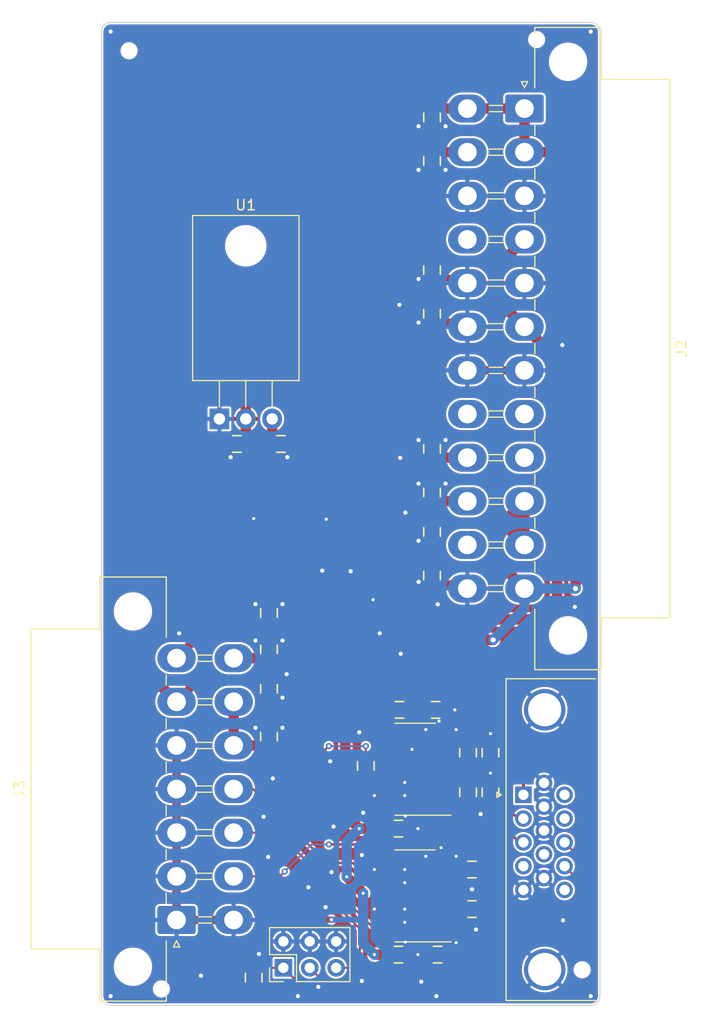
<source format=kicad_pcb>
(kicad_pcb (version 20211014) (generator pcbnew)
  (layers (0 "F.Cu" signal) (31 "B.Cu" signal) (34 "B.Paste" user) (35 "F.Paste" user) (36 "B.SilkS" user "B.Silkscreen") (37 "F.SilkS" user "F.Silkscreen") (38 "B.Mask" user) (39 "F.Mask" user) (44 "Edge.Cuts" user))
  (net 0 "")
  (net 1 "+12V")
  (net 2 "GND")
  (net 3 "+5V")
  (net 4 "+3V3")
  (net 5 "-12V")
  (net 6 "-5V")
  (net 7 "/HSx")
  (net 8 "/VSx")
  (net 9 "/PWR_OK")
  (net 10 "+5VP")
  (net 11 "/~{PS_ON}")
  (net 13 "/Ci")
  (net 14 "/HSi")
  (net 15 "/VSi")
  (net 16 "/Ro")
  (net 17 "/Go")
  (net 18 "/Bo")
  (net 23 "/HSo")
  (net 24 "/VSo")
  (net 26 "Net-(R4-Pad1)")
  (net 27 "Net-(R5-Pad1)")
  (net 28 "Net-(R6-Pad1)")
  (net 29 "Net-(R8-Pad1)")
  (net 30 "Net-(R10-Pad1)")
  (net 31 "/Cx")
  (footprint "stdpads:C_0805" (layer "F.Cu") (at 106.26 175.7045)
    (fp_text reference "C10")
    (fp_text value "10u")
  )
  (footprint "stdpads:R_0805" (layer "F.Cu") (at 92.329 190.053 -90)
    (fp_text reference "R3")
    (fp_text value "1k")
  )
  (footprint "stdpads:TO-220-3_Horizontal_TabDown" (layer "F.Cu") (at 91.567 136.271)
    (fp_text reference "U1")
    (fp_text value "LM7905_TO220")
  )
  (footprint "stdpads:PasteHole_1.152mm_NPTH" (layer "F.Cu") (at 80.3275 100.838)
    (fp_text reference "REF**")
    (fp_text value " " hide)
  )
  (footprint "stdpads:R_0805" (layer "F.Cu") (at 103.124 169.6695 -90)
    (fp_text reference "R1")
    (fp_text value "1k")
  )
  (footprint "stdpads:C_0805" (layer "F.Cu") (at 109.5 147.15 -90)
    (fp_text reference "C2")
    (fp_text value "10u")
  )
  (footprint "stdpads:Molex_Mini-Fit_Jr_5569-14A1_2x07_P4.20mm_Horizontal" (layer "F.Cu") (at 84.9 171.9 90)
    (fp_text reference "J3")
    (fp_text value "Mac")
  )
  (footprint "stdpads:R_0805" (layer "F.Cu") (at 109.8525 164.2745 180)
    (fp_text reference "R7")
    (fp_text value "130")
  )
  (footprint "stdpads:C_0805" (layer "F.Cu") (at 109.5 126.15 -90)
    (fp_text reference "C7")
    (fp_text value "10u")
  )
  (footprint "stdpads:C_0805" (layer "F.Cu") (at 106.26 187.833)
    (fp_text reference "C16")
    (fp_text value "10u")
  )
  (footprint "Connector_Molex:Molex_Mini-Fit_Jr_5569-24A1_2x12_P4.20mm_Horizontal" (layer "F.Cu") (at 118.4 106.4 -90)
    (fp_text reference "J2")
    (fp_text value "ATX")
  )
  (footprint "stdpads:C_0805" (layer "F.Cu") (at 93.8 158.45 90)
    (fp_text reference "C1")
    (fp_text value "10u")
  )
  (footprint "stdpads:C_0805" (layer "F.Cu") (at 93.8 154.949999 -90)
    (fp_text reference "C12")
    (fp_text value "10u")
  )
  (footprint "stdpads:C_0805" (layer "F.Cu") (at 109.5 143.35 90)
    (fp_text reference "C4")
    (fp_text value "10u")
  )
  (footprint "stdpads:C_0805" (layer "F.Cu") (at 93.8 162.25 90)
    (fp_text reference "C15")
    (fp_text value "10u")
  )
  (footprint "stdpads:PasteHole_1.152mm_NPTH" (layer "F.Cu") (at 83.439 191.135)
    (fp_text reference "REF**")
    (fp_text value " " hide)
  )
  (footprint "stdpads:R_0805" (layer "F.Cu") (at 106.36 164.2745)
    (fp_text reference "R6")
    (fp_text value "150")
  )
  (footprint "stdpads:R_0805" (layer "F.Cu") (at 113.3475 179.6415)
    (fp_text reference "R5")
    (fp_text value "47")
  )
  (footprint "stdpads:R_0805" (layer "F.Cu") (at 112.9665 168.3995 -90)
    (fp_text reference "R8")
    (fp_text value "150")
  )
  (footprint "stdpads:C_0805" (layer "F.Cu") (at 109.5 111.45 90)
    (fp_text reference "C13")
    (fp_text value "10u")
  )
  (footprint "stdpads:PasteHole_1.152mm_NPTH" (layer "F.Cu") (at 119.5705 99.7585)
    (fp_text reference "REF**")
    (fp_text value " " hide)
  )
  (footprint "stdpads:C_0805" (layer "F.Cu") (at 90.717 138.684)
    (fp_text reference "C11")
    (fp_text value "10u")
  )
  (footprint "stdpads:R_0805" (layer "F.Cu") (at 115.1255 172.2145 -90)
    (fp_text reference "R11")
    (fp_text value "130")
  )
  (footprint "stdpads:SOIC-14_3.9mm" (layer "F.Cu") (at 107.8865 182.1815 90)
    (fp_text reference "U2")
    (fp_text value "74LVC86AD")
  )
  (footprint "Connector_Dsub:DSUB-15-HD_Female_Horizontal_P2.29x1.98mm_EdgePinOffset3.03mm_Housed_MountingHolesOffset4.94mm" (layer "F.Cu") (at 118.299669 172.45 90)
    (fp_text reference "J4" hide)
    (fp_text value "VGA")
  )
  (footprint "stdpads:R_0805" (layer "F.Cu") (at 115.1255 168.4045 -90)
    (fp_text reference "R9")
    (fp_text value "130")
  )
  (footprint "Connector_PinHeader_2.54mm:PinHeader_2x03_P2.54mm_Vertical" (layer "F.Cu") (at 95.1865 189.103 90)
    (fp_text reference "J1" hide)
    (fp_text value "XOR")
  )
  (footprint "stdpads:R_0805" (layer "F.Cu") (at 112.9665 172.2095 -90)
    (fp_text reference "R10")
    (fp_text value "150")
  )
  (footprint "stdpads:PasteHole_1.152mm_NPTH" (layer "F.Cu") (at 123.952 189.2935)
    (fp_text reference "REF**")
    (fp_text value " " hide)
  )
  (footprint "stdpads:R_0805" (layer "F.Cu") (at 113.3475 183.4515)
    (fp_text reference "R4")
    (fp_text value "47")
  )
  (footprint "stdpads:R_0805" (layer "F.Cu") (at 110.043 187.833 180)
    (fp_text reference "R2")
    (fp_text value "1k")
  )
  (footprint "stdpads:C_0805" (layer "F.Cu") (at 93.8 166.85 90)
    (fp_text reference "C6")
    (fp_text value "10u")
  )
  (footprint "stdpads:C_0805" (layer "F.Cu") (at 94.957 138.684 180)
    (fp_text reference "C14")
    (fp_text value "10u")
  )
  (footprint "stdpads:C_0805" (layer "F.Cu") (at 109.5 107.25 -90)
    (fp_text reference "C9")
    (fp_text value "10u")
  )
  (footprint "stdpads:C_0805" (layer "F.Cu") (at 109.5 121.95 -90)
    (fp_text reference "C5")
    (fp_text value "10u")
  )
  (footprint "stdpads:C_0805" (layer "F.Cu") (at 109.5 139.15 90)
    (fp_text reference "C3")
    (fp_text value "10u")
  )
  (footprint "stdpads:C_0805" (layer "F.Cu") (at 109.5 151.35 -90)
    (fp_text reference "C8")
    (fp_text value "10u")
  )
  (footprint "stdpads:SOIC-14_3.9mm" (layer "F.Cu") (at 107.8865 169.9895 90)
    (fp_text reference "U3")
    (fp_text value "74LVC86AD")
  )
  (gr_arc (start 125.6665 191.8335) (mid 125.406118 192.462118) (end 124.7775 192.7225) (layer "Edge.Cuts") (width 0.1))
  (gr_arc (start 124.7775 98.1075) (mid 125.406118 98.367882) (end 125.6665 98.9965) (layer "Edge.Cuts") (width 0.1))
  (gr_line (start 78.5495 98.1075) (end 124.7775 98.1075) (layer "Edge.Cuts") (width 0.1))
  (gr_arc (start 78.5495 192.7225) (mid 77.920882 192.462118) (end 77.6605 191.8335) (layer "Edge.Cuts") (width 0.1))
  (gr_line (start 78.5495 192.7225) (end 124.7775 192.7225) (layer "Edge.Cuts") (width 0.1))
  (gr_line (start 125.6665 191.8335) (end 125.6665 98.9965) (layer "Edge.Cuts") (width 0.1))
  (gr_arc (start 77.6605 98.9965) (mid 77.920882 98.367882) (end 78.5495 98.1075) (layer "Edge.Cuts") (width 0.1))
  (gr_line (start 77.6605 191.8335) (end 77.6605 98.9965) (layer "Edge.Cuts") (width 0.1))
  (segment (start 117.15 146.3) (end 118.4 146.3) (width 1) (layer "F.Cu") (net 1))
  (segment (start 109.5 146.3) (end 116.3 146.3) (width 1) (layer "F.Cu") (net 1))
  (segment (start 93.8 159.3) (end 90.4 159.3) (width 1) (layer "F.Cu") (net 1))
  (segment (start 116.3 146.3) (end 118.4 148.4) (width 1) (layer "F.Cu") (net 1))
  (segment (start 95.1445 159.3) (end 93.8 159.3) (width 1) (layer "F.Cu") (net 1))
  (segment (start 117.15 146.3) (end 117.9 147.05) (width 1) (layer "F.Cu") (net 1))
  (segment (start 116.3 146.3) (end 118.4 144.2) (width 1) (layer "F.Cu") (net 1))
  (segment (start 108.1445 146.3) (end 95.1445 159.3) (width 1) (layer "F.Cu") (net 1))
  (segment (start 116.3 146.3) (end 117.15 146.3) (width 1) (layer "F.Cu") (net 1))
  (segment (start 118.4 144.2) (end 118.4 146.3) (width 1) (layer "F.Cu") (net 1))
  (segment (start 109.5 146.3) (end 108.1445 146.3) (width 1) (layer "F.Cu") (net 1))
  (segment (start 118.4 146.3) (end 118.4 148.4) (width 1) (layer "F.Cu") (net 1))
  (segment (start 117.15 146.3) (end 117.9 145.55) (width 1) (layer "F.Cu") (net 1))
  (segment (start 110.8025 164.2745) (end 111.6965 164.2745) (width 0.6) (layer "F.Cu") (net 2))
  (segment (start 95.807 139.7145) (end 95.5675 139.954) (width 0.8) (layer "F.Cu") (net 2))
  (segment (start 105.4115 171.2595) (end 106.8705 171.2595) (width 0.6) (layer "F.Cu") (net 2))
  (segment (start 109.5 142.5) (end 108.2 142.5) (width 0.8) (layer "F.Cu") (net 2))
  (segment (start 109.5 138.3) (end 108.2 138.3) (width 0.8) (layer "F.Cu") (net 2))
  (segment (start 109.5 108.1) (end 110.8 108.1) (width 0.8) (layer "F.Cu") (net 2))
  (segment (start 110.3615 178.3715) (end 111.8235 178.3715) (width 0.6) (layer "F.Cu") (net 2))
  (segment (start 109.5 112.3) (end 110.8 112.3) (width 0.8) (layer "F.Cu") (net 2))
  (segment (start 93.8 154.099999) (end 95.1 154.1) (width 0.8) (layer "F.Cu") (net 2))
  (segment (start 110.3615 177.5475) (end 110.363 177.546) (width 0.6) (layer "F.Cu") (net 2))
  (segment (start 109.5 127) (end 108.2 127) (width 0.8) (layer "F.Cu") (net 2))
  (segment (start 105.4115 184.7215) (end 106.8705 184.7215) (width 0.6) (layer "F.Cu") (net 2))
  (segment (start 110.3615 178.3715) (end 110.3615 177.5475) (width 0.6) (layer "F.Cu") (net 2))
  (segment (start 89.867 138.684) (end 89.867 139.7145) (width 0.8) (layer "F.Cu") (net 2))
  (segment (start 110.3615 166.1795) (end 110.3615 165.543) (width 0.6) (layer "F.Cu") (net 2))
  (segment (start 109.5 142.5) (end 110.8 142.5) (width 0.8) (layer "F.Cu") (net 2))
  (segment (start 93.8 166) (end 95.1 166) (width 0.8) (layer "F.Cu") (net 2))
  (segment (start 93.8 154.099999) (end 92.5 154.1) (width 0.8) (layer "F.Cu") (net 2))
  (segment (start 112.5 152.2) (end 112.9 152.6) (width 0.8) (layer "F.Cu") (net 2))
  (segment (start 93.8 163.1) (end 95.1 163.1) (width 0.8) (layer "F.Cu") (net 2))
  (segment (start 108.4485 152.2) (end 108.204 151.9555) (width 0.8) (layer "F.Cu") (net 2))
  (segment (start 84.9 180.3) (end 84.9 176.1) (width 0.8) (layer "F.Cu") (net 2))
  (segment (start 112.5 127) (end 112.9 127.4) (width 0.8) (layer "F.Cu") (net 2))
  (segment (start 105.4115 172.5295) (end 103.9495 172.5295) (width 0.6) (layer "F.Cu") (net 2))
  (segment (start 105.4115 180.9115) (end 106.8705 180.9115) (width 0.6) (layer "F.Cu") (net 2))
  (segment (start 105.4115 179.6415) (end 106.8705 179.6415) (width 0.6) (layer "F.Cu") (net 2))
  (segment (start 93.8 157.6) (end 95.1 157.6) (width 0.8) (layer "F.Cu") (net 2))
  (segment (start 115.1255 167.4545) (end 115.1255 166.5605) (width 0.6) (layer "F.Cu") (net 2))
  (segment (start 89.867 139.7145) (end 90.1065 139.954) (width 0.8) (layer "F.Cu") (net 2))
  (segment (start 90.4 184.5) (end 84.9 184.5) (width 0.8) (layer "F.Cu") (net 2))
  (segment (start 109.5 127) (end 112.5 127) (width 0.8) (layer "F.Cu") (net 2))
  (segment (start 118.4 131.6) (end 112.9 131.6) (width 0.8) (layer "F.Cu") (net 2))
  (segment (start 109.5 122.8) (end 108.2 122.8) (width 0.8) (layer "F.Cu") (net 2))
  (segment (start 84.9 184.5) (end 84.9 180.3) (width 0.8) (layer "F.Cu") (net 2))
  (segment (start 109.5 152.2) (end 112.5 152.2) (width 0.8) (layer "F.Cu") (net 2))
  (segment (start 107.11 174.674) (end 106.934 174.498) (width 0.6) (layer "F.Cu") (net 2))
  (segment (start 84.9 167.7) (end 84.9 171.9) (width 0.8) (layer "F.Cu") (net 2))
  (segment (start 105.4115 183.4515) (end 103.9495 183.4515) (width 0.6) (layer "F.Cu") (net 2))
  (segment (start 110.3615 166.1795) (end 111.8235 166.1795) (width 0.6) (layer "F.Cu") (net 2))
  (segment (start 112.5 122.8) (end 112.9 123.2) (width 0.8) (layer "F.Cu") (net 2))
  (segment (start 93.8 166) (end 92.5 166) (width 0.8) (layer "F.Cu") (net 2))
  (segment (start 109.5 112.3) (end 108.2 112.3) (width 0.8) (layer "F.Cu") (net 2))
  (segment (start 110.3615 165.543) (end 110.1725 165.354) (width 0.6) (layer "F.Cu") (net 2))
  (segment (start 107.11 187.833) (end 108.1405 187.833) (width 0.6) (layer "F.Cu") (net 2))
  (segment (start 110.3615 178.3715) (end 108.9025 178.3715) (width 0.6) (layer "F.Cu") (net 2))
  (segment (start 105.4115 179.6415) (end 103.9495 179.6415) (width 0.6) (layer "F.Cu") (net 2))
  (segment (start 109.5 138.3) (end 110.8 138.3) (width 0.8) (layer "F.Cu") (net 2))
  (segment (start 107.11 175.7045) (end 108.1405 175.7045) (width 0.6) (layer "F.Cu") (net 2))
  (segment (start 109.5 152.2) (end 108.4485 152.2) (width 0.8) (layer "F.Cu") (net 2))
  (segment (start 95.807 138.684) (end 95.807 139.7145) (width 0.8) (layer "F.Cu") (net 2))
  (segment (start 107.11 187.833) (end 107.11 186.8025) (width 0.6) (layer "F.Cu") (net 2))
  (segment (start 105.4115 172.5295) (end 106.8705 172.5295) (width 0.6) (layer "F.Cu") (net 2))
  (segment (start 109.5 122.8) (end 112.5 122.8) (width 0.8) (layer "F.Cu") (net 2))
  (segment (start 109.5 148) (end 108.2 148) (width 0.8) (layer "F.Cu") (net 2))
  (segment (start 84.9 176.1) (end 84.9 171.9) (width 0.8) (layer "F.Cu") (net 2))
  (segment (start 107.11 175.7045) (end 107.11 174.674) (width 0.6) (layer "F.Cu") (net 2))
  (segment (start 109.5 108.1) (end 108.2 108.1) (width 0.8) (layer "F.Cu") (net 2))
  (segment (start 110.3615 166.1795) (end 108.9025 166.1795) (width 0.6) (layer "F.Cu") (net 2))
  (segment (start 93.8 157.6) (end 92.5 157.6) (width 0.8) (layer "F.Cu") (net 2))
  (segment (start 115.1255 171.2645) (end 115.1255 170.3705) (width 0.6) (layer "F.Cu") (net 2))
  (segment (start 105.4115 183.4515) (end 106.8705 183.4515) (width 0.6) (layer "F.Cu") (net 2))
  (segment (start 107.11 186.8025) (end 106.934 186.6265) (width 0.6) (layer "F.Cu") (net 2))
  (via (at 108.1405 187.833) (size 0.6) (drill 0.3) (layers "F.Cu" "B.Cu") (net 2))
  (via (at 99.2505 183.261) (size 0.8) (drill 0.4) (layers "F.Cu" "B.Cu") (net 2))
  (via (at 110.1725 165.354) (size 0.6) (drill 0.3) (layers "F.Cu" "B.Cu") (net 2))
  (via (at 78.5495 191.8335) (size 0.8) (drill 0.4) (layers "F.Cu" "B.Cu") (net 2))
  (via (at 92.5 154.1) (size 0.8) (drill 0.4) (layers "F.Cu" "B.Cu") (net 2))
  (via (at 122.047 129.159) (size 0.8) (drill 0.4) (layers "F.Cu" "B.Cu") (net 2))
  (via (at 110.8 142.5) (size 0.8) (drill 0.4) (layers "F.Cu" "B.Cu") (net 2))
  (via (at 99.695 169.2275) (size 0.8) (drill 0.4) (layers "F.Cu" "B.Cu") (net 2))
  (via (at 108.2 122.8) (size 0.8) (drill 0.4) (layers "F.Cu" "B.Cu") (net 2))
  (via (at 111.8235 178.3715) (size 0.6) (drill 0.3) (layers "F.Cu" "B.Cu") (net 2))
  (via (at 102.489 166.4335) (size 0.8) (drill 0.4) (layers "F.Cu" "B.Cu") (net 2))
  (via (at 96.5835 191.8335) (size 0.8) (drill 0.4) (layers "F.Cu" "B.Cu") (net 2))
  (via (at 94.1705 170.8785) (size 0.8) (drill 0.4) (layers "F.Cu" "B.Cu") (net 2))
  (via (at 108.204 151.9555) (size 0.8) (drill 0.4) (layers "F.Cu" "B.Cu") (net 2))
  (via (at 106.8705 172.5295) (size 0.6) (drill 0.3) (layers "F.Cu" "B.Cu") (net 2))
  (via (at 110.363 177.546) (size 0.6) (drill 0.3) (layers "F.Cu" "B.Cu") (net 2))
  (via (at 108.9025 178.3715) (size 0.6) (drill 0.3) (layers "F.Cu" "B.Cu") (net 2))
  (via (at 101.6635 150.9395) (size 0.8) (drill 0.4) (layers "F.Cu" "B.Cu") (net 2))
  (via (at 110.0455 154.1145) (size 0.8) (drill 0.4) (layers "F.Cu" "B.Cu") (net 2))
  (via (at 92.5 166) (size 0.8) (drill 0.4) (layers "F.Cu" "B.Cu") (net 2))
  (via (at 106.934 174.498) (size 0.6) (drill 0.3) (layers "F.Cu" "B.Cu") (net 2))
  (via (at 124.7775 98.9965) (size 0.8) (drill 0.4) (layers "F.Cu" "B.Cu") (net 2))
  (via (at 99.314 145.923) (size 0.6) (drill 0.3) (layers "F.Cu" "B.Cu") (net 2))
  (via (at 87.249 189.865) (size 0.8) (drill 0.4) (layers "F.Cu" "B.Cu") (net 2))
  (via (at 108.2 127) (size 0.8) (drill 0.4) (layers "F.Cu" "B.Cu") (net 2))
  (via (at 100.0125 175.514) (size 0.8) (drill 0.4) (layers "F.Cu" "B.Cu") (net 2))
  (via (at 98.552 190.9445) (size 0.8) (drill 0.4) (layers "F.Cu" "B.Cu") (net 2))
  (via (at 102.743 190.373) (size 0.8) (drill 0.4) (layers "F.Cu" "B.Cu") (net 2))
  (via (at 106.8705 183.4515) (size 0.6) (drill 0.3) (layers "F.Cu" "B.Cu") (net 2))
  (via (at 108.2 142.5) (size 0.8) (drill 0.4) (layers "F.Cu" "B.Cu") (net 2))
  (via (at 109.9185 191.8335) (size 0.8) (drill 0.4) (layers "F.Cu" "B.Cu") (net 2))
  (via (at 92.329 145.8595) (size 0.6) (drill 0.3) (layers "F.Cu" "B.Cu") (net 2))
  (via (at 93.2815 174.5615) (size 0.8) (drill 0.4) (layers "F.Cu" "B.Cu") (net 2))
  (via (at 95.1 163.1) (size 0.8) (drill 0.4) (layers "F.Cu" "B.Cu") (net 2))
  (via (at 103.9495 179.6415) (size 0.6) (drill 0.3) (layers "F.Cu" "B.Cu") (net 2))
  (via (at 102.743 178.2445) (size 0.8) (drill 0.4) (layers "F.Cu" "B.Cu") (net 2))
  (via (at 106.8705 171.2595) (size 0.6) (drill 0.3) (layers "F.Cu" "B.Cu") (net 2))
  (via (at 108.2 148) (size 0.8) (drill 0.4) (layers "F.Cu" "B.Cu") (net 2))
  (via (at 95.504 160.8455) (size 0.8) (drill 0.4) (layers "F.Cu" "B.Cu") (net 2))
  (via (at 95.1 154.1) (size 0.8) (drill 0.4) (layers "F.Cu" "B.Cu") (net 2))
  (via (at 106.4895 158.877) (size 0.8) (drill 0.4) (layers "F.Cu" "B.Cu") (net 2))
  (via (at 103.9495 183.4515) (size 0.6) (drill 0.3) (layers "F.Cu" "B.Cu") (net 2))
  (via (at 106.426 140.0175) (size 0.8) (drill 0.4) (layers "F.Cu" "B.Cu") (net 2))
  (via (at 99.822 179.8955) (size 0.8) (drill 0.4) (layers "F.Cu" "B.Cu") (net 2))
  (via (at 108.2 112.3) (size 0.8) (drill 0.4) (layers "F.Cu" "B.Cu") (net 2))
  (via (at 108.2 108.1) (size 0.8) (drill 0.4) (layers "F.Cu" "B.Cu") (net 2))
  (via (at 95.1 157.6) (size 0.8) (drill 0.4) (layers "F.Cu" "B.Cu") (net 2))
  (via (at 95.5675 139.954) (size 0.8) (drill 0.4) (layers "F.Cu" "B.Cu") (net 2))
  (via (at 122.1105 184.531) (size 0.8) (drill 0.4) (layers "F.Cu" "B.Cu") (net 2))
  (via (at 113.7285 185.42) (size 0.8) (drill 0.4) (layers "F.Cu" "B.Cu") (net 2))
  (via (at 115.1255 166.5605) (size 0.6) (drill 0.3) (layers "F.Cu" "B.Cu") (net 2))
  (via (at 108.2 138.3) (size 0.8) (drill 0.4) (layers "F.Cu" "B.Cu") (net 2))
  (via (at 106.934 186.6265) (size 0.6) (drill 0.3) (layers "F.Cu" "B.Cu") (net 2))
  (via (at 106.934 145.288) (size 0.8) (drill 0.4) (layers "F.Cu" "B.Cu") (net 2))
  (via (at 123.2535 154.3685) (size 0.8) (drill 0.4) (layers "F.Cu" "B.Cu") (net 2))
  (via (at 111.8235 166.1795) (size 0.6) (drill 0.3) (layers "F.Cu" "B.Cu") (net 2))
  (via (at 106.3625 125.2855) (size 0.8) (drill 0.4) (layers "F.Cu" "B.Cu") (net 2))
  (via (at 108.9025 166.1795) (size 0.6) (drill 0.3) (layers "F.Cu" "B.Cu") (net 2))
  (via (at 102.87 174.1805) (size 0.8) (drill 0.4) (layers "F.Cu" "B.Cu") (net 2))
  (via (at 95.1 166) (size 0.8) (drill 0.4) (layers "F.Cu" "B.Cu") (net 2))
  (via (at 78.5495 98.9965) (size 0.8) (drill 0.4) (layers "F.Cu" "B.Cu") (net 2))
  (via (at 114.173 174.3075) (size 0.8) (drill 0.4) (layers "F.Cu" "B.Cu") (net 2))
  (via (at 106.8705 184.7215) (size 0.6) (drill 0.3) (layers "F.Cu" "B.Cu") (net 2))
  (via (at 90.1065 139.954) (size 0.8) (drill 0.4) (layers "F.Cu" "B.Cu") (net 2))
  (via (at 111.6965 164.2745) (size 0.6) (drill 0.3) (layers "F.Cu" "B.Cu") (net 2))
  (via (at 106.8705 179.6415) (size 0.6) (drill 0.3) (layers "F.Cu" "B.Cu") (net 2))
  (via (at 108.1405 175.7045) (size 0.6) (drill 0.3) (layers "F.Cu" "B.Cu") (net 2))
  (via (at 92.5 157.6) (size 0.8) (drill 0.4) (layers "F.Cu" "B.Cu") (net 2))
  (via (at 103.8225 153.67) (size 0.6) (drill 0.3) (layers "F.Cu" "B.Cu") (net 2))
  (via (at 110.8 108.1) (size 0.8) (drill 0.4) (layers "F.Cu" "B.Cu") (net 2))
  (via (at 92.837 187.7695) (size 0.8) (drill 0.4) (layers "F.Cu" "B.Cu") (net 2))
  (via (at 108.458 190.4365) (size 0.8) (drill 0.4) (layers "F.Cu" "B.Cu") (net 2))
  (via (at 124.7775 191.8335) (size 0.8) (drill 0.4) (layers "F.Cu" "B.Cu") (net 2))
  (via (at 110.8 138.3) (size 0.8) (drill 0.4) (layers "F.Cu" "B.Cu") (net 2))
  (via (at 110.8 112.3) (size 0.8) (drill 0.4) (layers "F.Cu" "B.Cu") (net 2))
  (via (at 93.726 178.435) (size 0.8) (drill 0.4) (layers "F.Cu" "B.Cu") (net 2))
  (via (at 103.9495 172.5295) (size 0.6) (drill 0.3) (layers "F.Cu" "B.Cu") (net 2))
  (via (at 97.5995 181.356) (size 0.8) (drill 0.4) (layers "F.Cu" "B.Cu") (net 2))
  (via (at 113.3475 181.5465) (size 0.8) (drill 0.4) (layers "F.Cu" "B.Cu") (net 2))
  (via (at 98.933 150.876) (size 0.8) (drill 0.4) (layers "F.Cu" "B.Cu") (net 2))
  (via (at 104.4575 156.9085) (size 0.8) (drill 0.4) (layers "F.Cu" "B.Cu") (net 2))
  (via (at 107.569 168.0845) (size 0.6) (drill 0.3) (layers "F.Cu" "B.Cu") (net 2))
  (via (at 111.8235 186.69) (size 0.6) (drill 0.3) (layers "F.Cu" "B.Cu") (net 2))
  (via (at 115.1255 170.3705) (size 0.6) (drill 0.3) (layers "F.Cu" "B.Cu") (net 2))
  (via (at 85.1535 156.9085) (size 0.8) (drill 0.4) (layers "F.Cu" "B.Cu") (net 2))
  (via (at 106.8705 180.9115) (size 0.6) (drill 0.3) (layers "F.Cu" "B.Cu") (net 2))
  (segment (start 119.761 155.575) (end 103.3145 155.575) (width 1) (layer "F.Cu") (net 3))
  (segment (start 121.539 153.797) (end 119.761 155.575) (width 1) (layer "F.Cu") (net 3))
  (segment (start 109.5 121.1) (end 116.3 121.1) (width 1) (layer "F.Cu") (net 3))
  (segment (start 107.061 140.9985) (end 108.0595 140) (width 1) (layer "F.Cu") (net 3))
  (segment (start 96.266 166.5605) (end 95.1265 167.7) (width 1) (layer "F.Cu") (net 3))
  (segment (start 109.5 140) (end 108.0595 140) (width 1) (layer "F.Cu") (net 3))
  (segment (start 96.266 162.6235) (end 96.266 166.5605) (width 1) (layer "F.Cu") (net 3))
  (segment (start 121.539 130.539) (end 121.539 153.797) (width 1) (layer "F.Cu") (net 3))
  (segment (start 103.3145 155.575) (end 96.266 162.6235) (width 1) (layer "F.Cu") (net 3))
  (segment (start 93.8 167.7) (end 90.4 167.7) (width 1) (layer "F.Cu") (net 3))
  (segment (start 116.3 125.3) (end 118.4 127.4) (width 1) (layer "F.Cu") (net 3))
  (segment (start 90.4 163.5) (end 90.4 167.7) (width 1) (layer "F.Cu") (net 3))
  (segment (start 118.4 127.4) (end 121.539 130.539) (width 1) (layer "F.Cu") (net 3))
  (segment (start 95.1265 167.7) (end 93.8 167.7) (width 1) (layer "F.Cu") (net 3))
  (segment (start 107.061 139.0015) (end 107.061 126.189) (width 1) (layer "F.Cu") (net 3))
  (segment (start 107.061 121.9835) (end 107.9445 121.1) (width 1) (layer "F.Cu") (net 3))
  (segment (start 109.5 144.2) (end 108.132 144.2) (width 1) (layer "F.Cu") (net 3))
  (segment (start 107.9445 121.1) (end 109.5 121.1) (width 1) (layer "F.Cu") (net 3))
  (segment (start 107.061 143.129) (end 107.061 140.9985) (width 1) (layer "F.Cu") (net 3))
  (segment (start 109.5 140) (end 112.9 140) (width 1) (layer "F.Cu") (net 3))
  (segment (start 112.9 144.2) (end 109.5 144.2) (width 1) (layer "F.Cu") (net 3))
  (segment (start 107.061 126.189) (end 107.95 125.3) (width 1) (layer "F.Cu") (net 3))
  (segment (start 109.5 125.3) (end 107.95 125.3) (width 1) (layer "F.Cu") (net 3))
  (segment (start 116.3 121.1) (end 118.4 119) (width 1) (layer "F.Cu") (net 3))
  (segment (start 108.0595 140) (end 107.061 139.0015) (width 1) (layer "F.Cu") (net 3))
  (segment (start 107.061 124.411) (end 107.061 121.9835) (width 1) (layer "F.Cu") (net 3))
  (segment (start 107.95 125.3) (end 107.061 124.411) (width 1) (layer "F.Cu") (net 3))
  (segment (start 108.132 144.2) (end 107.061 143.129) (width 1) (layer "F.Cu") (net 3))
  (segment (start 109.5 125.3) (end 116.3 125.3) (width 1) (layer "F.Cu") (net 3))
  (segment (start 101.1555 174.371) (end 101.1555 170.6245) (width 1) (layer "F.Cu") (net 4))
  (segment (start 109.5 150.5) (end 116.3 150.5) (width 1) (layer "F.Cu") (net 4))
  (segment (start 105.4115 175.703) (end 105.41 175.7045) (width 0.6) (layer "F.Cu") (net 4))
  (segment (start 90.551 190.6905) (end 90.8635 191.003) (width 0.6) (layer "F.Cu") (net 4))
  (segment (start 105.8545 189.484) (end 108.6485 189.484) (width 0.6) (layer "F.Cu") (net 4))
  (segment (start 108.6485 189.484) (end 109.093 189.0395) (width 0.6) (layer "F.Cu") (net 4))
  (segment (start 101.1555 170.6245) (end 101.1555 162.179) (width 1) (layer "F.Cu") (net 4))
  (segment (start 105.4115 173.7995) (end 105.4115 175.703) (width 0.6) (layer "F.Cu") (net 4))
  (segment (start 105.4115 187.8315) (end 105.41 187.833) (width 0.6) (layer "F.Cu") (net 4))
  (segment (start 123.317 112.0775) (end 121.8395 110.6) (width 1) (layer "F.Cu") (net 4))
  (segment (start 103.124 170.6195) (end 101.1605 170.6195) (width 0.8) (layer "F.Cu") (net 4))
  (segment (start 90.551 188.341) (end 90.551 190.6905) (width 0.6) (layer "F.Cu") (net 4))
  (segment (start 102.489 175.7045) (end 101.1555 174.371) (width 1) (layer "F.Cu") (net 4))
  (segment (start 105.41 187.833) (end 103.9495 187.833) (width 1) (layer "F.Cu") (net 4))
  (segment (start 105.41 187.833) (end 105.41 189.0395) (width 0.6) (layer "F.Cu") (net 4))
  (segment (start 94.4245 184.4675) (end 90.551 188.341) (width 0.6) (layer "F.Cu") (net 4))
  (segment (start 118.4 106.4) (end 112.9 106.4) (width 1) (layer "F.Cu") (net 4))
  (segment (start 105.41 189.0395) (end 105.8545 189.484) (width 0.6) (layer "F.Cu") (net 4))
  (segment (start 101.1605 170.6195) (end 101.1555 170.6245) (width 0.8) (layer "F.Cu") (net 4))
  (segment (start 105.4115 185.9915) (end 105.4115 187.8315) (width 0.6) (layer "F.Cu") (net 4))
  (segment (start 90.8635 191.003) (end 92.329 191.003) (width 0.6) (layer "F.Cu") (net 4))
  (segment (start 101.1555 162.179) (end 105.791 157.5435) (width 1) (layer "F.Cu") (net 4))
  (segment (start 102.87 181.9275) (end 101.2825 180.34) (width 1) (layer "F.Cu") (net 4))
  (segment (start 99.822 184.4675) (end 94.4245 184.4675) (width 0.6) (layer "F.Cu") (net 4))
  (segment (start 109.5 106.4) (end 112.9 106.4) (width 1) (layer "F.Cu") (net 4))
  (segment (start 109.093 189.0395) (end 109.093 187.833) (width 0.6) (layer "F.Cu") (net 4))
  (segment (start 121.8395 110.6) (end 118.4 110.6) (width 1) (layer "F.Cu") (net 4))
  (segment (start 118.4 110.6) (end 118.4 106.4) (width 1) (layer "F.Cu") (net 4))
  (segment (start 123.317 152.6) (end 123.317 112.0775) (width 1) (layer "F.Cu") (net 4))
  (segment (start 105.41 175.7045) (end 102.489 175.7045) (width 1) (layer "F.Cu") (net 4))
  (segment (start 116.3 150.5) (end 118.4 152.6) (width 1) (layer "F.Cu") (net 4))
  (segment (start 105.791 157.5435) (end 115.3795 157.5435) (width 1) (layer "F.Cu") (net 4))
  (via (at 123.317 152.6) (size 1) (drill 0.5) (layers "F.Cu" "B.Cu") (net 4))
  (via (at 99.822 184.4675) (size 0.6) (drill 0.3) (layers "F.Cu" "B.Cu") (net 4))
  (via (at 102.489 175.7045) (size 0.6) (drill 0.3) (layers "F.Cu" "B.Cu") (net 4))
  (via (at 115.3795 157.5435) (size 1) (drill 0.5) (layers "F.Cu" "B.Cu") (net 4))
  (via (at 102.87 181.9275) (size 0.6) (drill 0.3) (layers "F.Cu" "B.Cu") (net 4))
  (via (at 103.9495 187.833) (size 0.6) (drill 0.3) (layers "F.Cu" "B.Cu") (net 4))
  (via (at 101.2825 180.34) (size 0.6) (drill 0.3) (layers "F.Cu" "B.Cu") (net 4))
  (segment (start 118.4 152.6) (end 118.4 154.523) (width 1) (layer "B.Cu") (net 4))
  (segment (start 101.2825 176.911) (end 102.489 175.7045) (width 1) (layer "B.Cu") (net 4))
  (segment (start 99.822 184.4675) (end 102.87 184.4675) (width 0.6) (layer "B.Cu") (net 4))
  (segment (start 123.317 152.6) (end 118.4 152.6) (width 1) (layer "B.Cu") (net 4))
  (segment (start 102.87 186.7535) (end 102.87 181.9275) (width 1) (layer "B.Cu") (net 4))
  (segment (start 118.4 154.523) (end 115.3795 157.5435) (width 1) (layer "B.Cu") (net 4))
  (segment (start 101.2825 180.34) (end 101.2825 176.911) (width 1) (layer "B.Cu") (net 4))
  (segment (start 103.9495 187.833) (end 102.87 186.7535) (width 1) (layer "B.Cu") (net 4))
  (segment (start 91.567 123.5075) (end 104.4745 110.6) (width 1) (layer "F.Cu") (net 5))
  (segment (start 95.5675 132.207) (end 100.3935 137.033) (width 1) (layer "F.Cu") (net 5))
  (segment (start 95.977501 155.799999) (end 93.8 155.799999) (width 1) (layer "F.Cu") (net 5))
  (segment (start 100.3935 151.384) (end 95.977501 155.799999) (width 1) (layer "F.Cu") (net 5))
  (segment (start 112.9 110.6) (end 109.5 110.6) (width 1) (layer "F.Cu") (net 5))
  (segment (start 100.3935 137.033) (end 100.3935 151.384) (width 1) (layer "F.Cu") (net 5))
  (segment (start 88.400001 155.799999) (end 84.9 159.3) (width 0.8) (layer "F.Cu") (net 5))
  (segment (start 91.567 132.207) (end 95.5675 132.207) (width 1) (layer "F.Cu") (net 5))
  (segment (start 91.567 136.271) (end 91.567 132.207) (width 1) (layer "F.Cu") (net 5))
  (segment (start 104.4745 110.6) (end 109.5 110.6) (width 1) (layer "F.Cu") (net 5))
  (segment (start 91.567 132.207) (end 91.567 123.5075) (width 1) (layer "F.Cu") (net 5))
  (segment (start 93.8 155.799999) (end 88.400001 155.799999) (width 0.8) (layer "F.Cu") (net 5))
  (segment (start 91.567 136.271) (end 91.567 138.684) (width 1) (layer "F.Cu") (net 5))
  (segment (start 94.107 145.743) (end 81.2165 158.6335) (width 1) (layer "F.Cu") (net 6))
  (segment (start 93.8 161.4) (end 87 161.4) (width 0.8) (layer "F.Cu") (net 6))
  (segment (start 94.107 136.271) (end 94.107 138.684) (width 1) (layer "F.Cu") (net 6))
  (segment (start 81.2165 159.8165) (end 84.9 163.5) (width 1) (layer "F.Cu") (net 6))
  (segment (start 81.2165 158.6335) (end 81.2165 159.8165) (width 1) (layer "F.Cu") (net 6))
  (segment (start 94.107 138.684) (end 94.107 145.743) (width 1) (layer "F.Cu") (net 6))
  (segment (start 87 161.4) (end 84.9 163.5) (width 0.8) (layer "F.Cu") (net 6))
  (segment (start 111.8235 184.7215) (end 110.3615 184.7215) (width 0.2) (layer "F.Cu") (net 7))
  (segment (start 112.903 185.801) (end 111.8235 184.7215) (width 0.2) (layer "F.Cu") (net 7))
  (segment (start 97.79 191.7065) (end 95.1865 189.103) (width 0.2) (layer "F.Cu") (net 7))
  (segment (start 92.329 189.103) (end 95.1865 189.103) (width 0.2) (layer "F.Cu") (net 7))
  (segment (start 108.966 191.7065) (end 97.79 191.7065) (width 0.2) (layer "F.Cu") (net 7))
  (segment (start 108.966 191.7065) (end 112.903 187.7695) (width 0.2) (layer "F.Cu") (net 7))
  (segment (start 112.903 187.7695) (end 112.903 185.801) (width 0.2) (layer "F.Cu") (net 7))
  (segment (start 111.887 185.3565) (end 112.4585 185.928) (width 0.2) (layer "F.Cu") (net 8))
  (segment (start 112.4585 185.928) (end 112.4585 187.5155) (width 0.2) (layer "F.Cu") (net 8))
  (segment (start 111.76 180.848) (end 112.141 181.229) (width 0.2) (layer "F.Cu") (net 8))
  (segment (start 112.141 181.229) (end 112.141 182.118) (width 0.2) (layer "F.Cu") (net 8))
  (segment (start 110.993 189.108) (end 110.993 187.833) (width 0.2) (layer "F.Cu") (net 8))
  (segment (start 111.4425 182.8165) (end 109.22 182.8165) (width 0.2) (layer "F.Cu") (net 8))
  (segment (start 112.141 187.833) (end 110.993 187.833) (width 0.2) (layer "F.Cu") (net 8))
  (segment (start 109.093 185.3565) (end 111.887 185.3565) (width 0.2) (layer "F.Cu") (net 8))
  (segment (start 108.839 191.262) (end 110.993 189.108) (width 0.2) (layer "F.Cu") (net 8))
  (segment (start 112.141 182.118) (end 111.4425 182.8165) (width 0.2) (layer "F.Cu") (net 8))
  (segment (start 99.8855 191.262) (end 97.7265 189.103) (width 0.2) (layer "F.Cu") (net 8))
  (segment (start 108.585 183.4515) (end 108.585 184.8485) (width 0.2) (layer "F.Cu") (net 8))
  (segment (start 109.22 182.8165) (end 108.585 183.4515) (width 0.2) (layer "F.Cu") (net 8))
  (segment (start 110.3615 180.9115) (end 110.425 180.848) (width 0.2) (layer "F.Cu") (net 8))
  (segment (start 108.585 184.8485) (end 109.093 185.3565) (width 0.2) (layer "F.Cu") (net 8))
  (segment (start 108.839 191.262) (end 99.8855 191.262) (width 0.2) (layer "F.Cu") (net 8))
  (segment (start 112.4585 187.5155) (end 112.141 187.833) (width 0.2) (layer "F.Cu") (net 8))
  (segment (start 110.425 180.848) (end 111.76 180.848) (width 0.2) (layer "F.Cu") (net 8))
  (segment (start 111.8235 169.799) (end 111.5695 170.053) (width 0.25) (layer "F.Cu") (net 13))
  (segment (start 107.8865 167.4495) (end 108.5215 168.0845) (width 0.25) (layer "F.Cu") (net 13))
  (segment (start 105.4115 167.4495) (end 107.8865 167.4495) (width 0.25) (layer "F.Cu") (net 13))
  (segment (start 111.4425 171.8945) (end 111.76 172.212) (width 0.25) (layer "F.Cu") (net 13))
  (segment (start 109.0295 169.9895) (end 108.712 170.307) (width 0.25) (layer "F.Cu") (net 13))
  (segment (start 111.5695 168.0845) (end 111.8235 168.3385) (width 0.25) (layer "F.Cu") (net 13))
  (segment (start 108.6485 177.2285) (end 110.3615 175.5155) (width 0.25) (layer "F.Cu") (net 13))
  (segment (start 111.506 173.7995) (end 110.3615 173.7995) (width 0.25) (layer "F.Cu") (net 13))
  (segment (start 109.2835 171.8945) (end 111.4425 171.8945) (width 0.25) (layer "F.Cu") (net 13))
  (segment (start 90.4 180.3) (end 94.8455 180.3) (width 0.2) (layer "F.Cu") (net 13))
  (segment (start 110.3615 169.9895) (end 109.0295 169.9895) (width 0.25) (layer "F.Cu") (net 13))
  (segment (start 111.76 173.5455) (end 111.506 173.7995) (width 0.25) (layer "F.Cu") (net 13))
  (segment (start 111.76 172.212) (end 111.76 173.5455) (width 0.25) (layer "F.Cu") (net 13))
  (segment (start 99.568 177.2285) (end 108.6485 177.2285) (width 0.25) (layer "F.Cu") (net 13))
  (segment (start 108.712 171.323) (end 109.2835 171.8945) (width 0.25) (layer "F.Cu") (net 13))
  (segment (start 111.8235 168.3385) (end 111.8235 169.799) (width 0.25) (layer "F.Cu") (net 13))
  (segment (start 108.712 170.307) (end 108.712 171.323) (width 0.25) (layer "F.Cu") (net 13))
  (segment (start 110.3615 175.5155) (end 110.3615 173.7995) (width 0.25) (layer "F.Cu") (net 13))
  (segment (start 108.5215 168.0845) (end 111.5695 168.0845) (width 0.25) (layer "F.Cu") (net 13))
  (segment (start 110.425 170.053) (end 110.3615 169.9895) (width 0.25) (layer "F.Cu") (net 13))
  (segment (start 94.8455 180.3) (end 95.3135 179.832) (width 0.2) (layer "F.Cu") (net 13))
  (segment (start 111.5695 170.053) (end 110.425 170.053) (width 0.25) (layer "F.Cu") (net 13))
  (via (at 95.3135 179.832) (size 0.6) (drill 0.3) (layers "F.Cu" "B.Cu") (net 13))
  (via (at 99.568 177.2285) (size 0.6) (drill 0.3) (layers "F.Cu" "B.Cu") (net 13))
  (segment (start 99.568 177.2285) (end 97.917 177.2285) (width 0.2) (layer "B.Cu") (net 13))
  (segment (start 97.917 177.2285) (end 95.3135 179.832) (width 0.2) (layer "B.Cu") (net 13))
  (segment (start 103.9495 185.3565) (end 94.693 176.1) (width 0.2) (layer "F.Cu") (net 14))
  (segment (start 108.3945 185.9915) (end 107.7595 185.3565) (width 0.2) (layer "F.Cu") (net 14))
  (segment (start 107.7595 185.3565) (end 103.9495 185.3565) (width 0.2) (layer "F.Cu") (net 14))
  (segment (start 110.3615 185.9915) (end 108.3945 185.9915) (width 0.2) (layer "F.Cu") (net 14))
  (segment (start 94.693 176.1) (end 90.4 176.1) (width 0.2) (layer "F.Cu") (net 14))
  (segment (start 110.3615 182.1815) (end 107.315 182.1815) (width 0.2) (layer "F.Cu") (net 15))
  (segment (start 92.271 171.9) (end 90.4 171.9) (width 0.2) (layer "F.Cu") (net 15))
  (segment (start 106.68 181.5465) (end 104.394 181.5465) (width 0.2) (layer "F.Cu") (net 15))
  (segment (start 107.315 182.1815) (end 106.68 181.5465) (width 0.2) (layer "F.Cu") (net 15))
  (segment (start 104.394 181.5465) (end 101.854 179.0065) (width 0.2) (layer "F.Cu") (net 15))
  (segment (start 99.3775 179.0065) (end 92.271 171.9) (width 0.2) (layer "F.Cu") (net 15))
  (segment (start 101.854 179.0065) (end 99.3775 179.0065) (width 0.2) (layer "F.Cu") (net 15))
  (segment (start 111.887 161.9885) (end 109.6645 161.9885) (width 0.3) (layer "F.Cu") (net 16))
  (segment (start 108.9025 162.7505) (end 108.9025 164.2745) (width 0.3) (layer "F.Cu") (net 16))
  (segment (start 118.299669 168.401169) (end 111.887 161.9885) (width 0.3) (layer "F.Cu") (net 16))
  (segment (start 108.9025 164.2745) (end 107.31 164.2745) (width 0.25) (layer "F.Cu") (net 16))
  (segment (start 109.6645 161.9885) (end 108.9025 162.7505) (width 0.3) (layer "F.Cu") (net 16))
  (segment (start 118.299669 172.45) (end 118.299669 168.401169) (width 0.3) (layer "F.Cu") (net 16))
  (segment (start 116.6495 169.7355) (end 116.6495 173.609) (width 0.25) (layer "F.Cu") (net 17))
  (segment (start 117.7805 174.74) (end 118.299669 174.74) (width 0.25) (layer "F.Cu") (net 17))
  (segment (start 115.1255 169.3545) (end 116.2685 169.3545) (width 0.25) (layer "F.Cu") (net 17))
  (segment (start 115.1205 169.3495) (end 115.1255 169.3545) (width 0.25) (layer "F.Cu") (net 17))
  (segment (start 112.9665 169.3495) (end 115.1205 169.3495) (width 0.25) (layer "F.Cu") (net 17))
  (segment (start 116.6495 173.609) (end 117.7805 174.74) (width 0.25) (layer "F.Cu") (net 17))
  (segment (start 116.2685 169.3545) (end 116.6495 169.7355) (width 0.25) (layer "F.Cu") (net 17))
  (segment (start 115.1255 173.1645) (end 112.9715 173.1645) (width 0.25) (layer "F.Cu") (net 18))
  (segment (start 115.1255 174.244) (end 117.9115 177.03) (width 0.25) (layer "F.Cu") (net 18))
  (segment (start 115.1255 173.1645) (end 115.1255 174.244) (width 0.25) (layer "F.Cu") (net 18))
  (segment (start 112.9715 173.1645) (end 112.9665 173.1595) (width 0.25) (layer "F.Cu") (net 18))
  (segment (start 117.9115 177.03) (end 118.299669 177.03) (width 0.25) (layer "F.Cu") (net 18))
  (segment (start 124.3965 179.166831) (end 124.3965 183.2535) (width 0.2) (layer "F.Cu") (net 23))
  (segment (start 122.259669 177.03) (end 124.3965 179.166831) (width 0.2) (layer "F.Cu") (net 23))
  (segment (start 114.2975 184.719) (end 114.2975 183.4515) (width 0.2) (layer "F.Cu") (net 23))
  (segment (start 122.357 185.293) (end 114.8715 185.293) (width 0.2) (layer "F.Cu") (net 23))
  (segment (start 124.3965 183.2535) (end 122.357 185.293) (width 0.2) (layer "F.Cu") (net 23))
  (segment (start 114.8715 185.293) (end 114.2975 184.719) (width 0.2) (layer "F.Cu") (net 23))
  (segment (start 123.952 181.012331) (end 123.952 182.748) (width 0.2) (layer "F.Cu") (net 24))
  (segment (start 117.125 183.8) (end 114.2975 180.9725) (width 0.2) (layer "F.Cu") (net 24))
  (segment (start 114.2975 180.9725) (end 114.2975 179.6415) (width 0.2) (layer "F.Cu") (net 24))
  (segment (start 123.952 182.748) (end 122.9 183.8) (width 0.2) (layer "F.Cu") (net 24))
  (segment (start 122.9 183.8) (end 117.125 183.8) (width 0.2) (layer "F.Cu") (net 24))
  (segment (start 122.259669 179.32) (end 123.952 181.012331) (width 0.2) (layer "F.Cu") (net 24))
  (segment (start 112.3975 183.4515) (end 110.3615 183.4515) (width 0.2) (layer "F.Cu") (net 26))
  (segment (start 110.3615 179.6415) (end 112.3975 179.6415) (width 0.2) (layer "F.Cu") (net 27))
  (segment (start 105.4115 166.1795) (end 105.4115 164.276) (width 0.25) (layer "F.Cu") (net 28))
  (segment (start 105.4115 164.276) (end 105.41 164.2745) (width 0.25) (layer "F.Cu") (net 28))
  (segment (start 110.3615 167.4495) (end 112.9665 167.4495) (width 0.25) (layer "F.Cu") (net 29))
  (segment (start 110.3615 171.2595) (end 112.9665 171.2595) (width 0.25) (layer "F.Cu") (net 30))
  (segment (start 101.9175 189.103) (end 100.2665 189.103) (width 0.2) (layer "F.Cu") (net 31))
  (segment (start 103.124 168.7195) (end 103.124 167.767) (width 0.2) (layer "F.Cu") (net 31))
  (segment (start 87.65 181.5) (end 88.55 182.4) (width 0.2) (layer "F.Cu") (net 31))
  (segment (start 97.535 169.8) (end 88.3 169.8) (width 0.2) (layer "F.Cu") (net 31))
  (segment (start 99.568 167.767) (end 97.535 169.8) (width 0.2) (layer "F.Cu") (net 31))
  (segment (start 105.4115 168.7195) (end 108.204 168.7195) (width 0.25) (layer "F.Cu") (net 31))
  (segment (start 108.6485 169.164) (end 108.204 169.6085) (width 0.25) (layer "F.Cu") (net 31))
  (segment (start 108.204 169.6085) (end 108.204 171.6405) (width 0.25) (layer "F.Cu") (net 31))
  (segment (start 102.5525 185.3565) (end 102.5525 188.468) (width 0.2) (layer "F.Cu") (net 31))
  (segment (start 99.596 182.4) (end 102.5525 185.3565) (width 0.2) (layer "F.Cu") (net 31))
  (segment (start 109.093 172.5295) (end 110.3615 172.5295) (width 0.25) (layer "F.Cu") (net 31))
  (segment (start 87.65 170.45) (end 87.65 181.5) (width 0.2) (layer "F.Cu") (net 31))
  (segment (start 109.093 168.7195) (end 108.6485 169.164) (width 0.25) (layer "F.Cu") (net 31))
  (segment (start 88.3 169.8) (end 87.65 170.45) (width 0.2) (layer "F.Cu") (net 31))
  (segment (start 103.124 168.7195) (end 105.4115 168.7195) (width 0.2) (layer "F.Cu") (net 31))
  (segment (start 102.5525 188.468) (end 101.9175 189.103) (width 0.2) (layer "F.Cu") (net 31))
  (segment (start 110.3615 168.7195) (end 109.093 168.7195) (width 0.25) (layer "F.Cu") (net 31))
  (segment (start 108.204 168.7195) (end 108.6485 169.164) (width 0.25) (layer "F.Cu") (net 31))
  (segment (start 88.55 182.4) (end 99.596 182.4) (width 0.2) (layer "F.Cu") (net 31))
  (segment (start 108.204 171.6405) (end 109.093 172.5295) (width 0.25) (layer "F.Cu") (net 31))
  (via (at 99.568 167.767) (size 0.6) (drill 0.3) (layers "F.Cu" "B.Cu") (net 31))
  (via (at 103.124 167.767) (size 0.6) (drill 0.3) (layers "F.Cu" "B.Cu") (net 31))
  (segment (start 103.124 167.767) (end 99.568 167.767) (width 0.2) (layer "B.Cu") (net 31))
  (zone (net 5) (net_name "-12V") (layer "F.Cu") (priority 1) (connect_pads (clearance 0.2)) (min_thickness 0.2) (fill yes (thermal_gap 0.2) (thermal_bridge_width 0.4))
    (polygon (pts (xy 105.791 145.288) (xy 79.1845 145.288) (xy 79.1845 99.6315) (xy 105.791 99.6315)))
  )
  (zone (net 2) (net_name "GND") (layers F&B.Cu) (connect_pads (clearance 0.2)) (min_thickness 0.2) (fill yes (thermal_gap 0.2) (thermal_bridge_width 0.4))
    (polygon (pts (xy 72.8 96.45) (xy 134.3 96.75) (xy 135.6 194.55) (xy 67.9 193.9) (xy 69.7 95.95)))
  )
)
</source>
